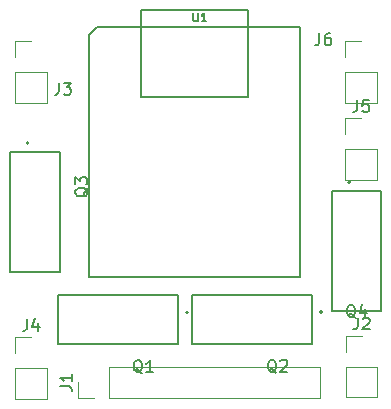
<source format=gbr>
%TF.GenerationSoftware,KiCad,Pcbnew,7.0.10-7.0.10~ubuntu22.04.1*%
%TF.CreationDate,2024-04-18T16:44:08+05:30*%
%TF.ProjectId,EspXiao-FC,45737058-6961-46f2-9d46-432e6b696361,rev?*%
%TF.SameCoordinates,Original*%
%TF.FileFunction,Legend,Top*%
%TF.FilePolarity,Positive*%
%FSLAX46Y46*%
G04 Gerber Fmt 4.6, Leading zero omitted, Abs format (unit mm)*
G04 Created by KiCad (PCBNEW 7.0.10-7.0.10~ubuntu22.04.1) date 2024-04-18 16:44:08*
%MOMM*%
%LPD*%
G01*
G04 APERTURE LIST*
%ADD10C,0.150000*%
%ADD11C,0.120000*%
%ADD12C,0.127000*%
%ADD13C,0.200000*%
G04 APERTURE END LIST*
D10*
X134116666Y-74804819D02*
X134116666Y-75519104D01*
X134116666Y-75519104D02*
X134069047Y-75661961D01*
X134069047Y-75661961D02*
X133973809Y-75757200D01*
X133973809Y-75757200D02*
X133830952Y-75804819D01*
X133830952Y-75804819D02*
X133735714Y-75804819D01*
X134497619Y-74804819D02*
X135116666Y-74804819D01*
X135116666Y-74804819D02*
X134783333Y-75185771D01*
X134783333Y-75185771D02*
X134926190Y-75185771D01*
X134926190Y-75185771D02*
X135021428Y-75233390D01*
X135021428Y-75233390D02*
X135069047Y-75281009D01*
X135069047Y-75281009D02*
X135116666Y-75376247D01*
X135116666Y-75376247D02*
X135116666Y-75614342D01*
X135116666Y-75614342D02*
X135069047Y-75709580D01*
X135069047Y-75709580D02*
X135021428Y-75757200D01*
X135021428Y-75757200D02*
X134926190Y-75804819D01*
X134926190Y-75804819D02*
X134640476Y-75804819D01*
X134640476Y-75804819D02*
X134545238Y-75757200D01*
X134545238Y-75757200D02*
X134497619Y-75709580D01*
X159416666Y-94684819D02*
X159416666Y-95399104D01*
X159416666Y-95399104D02*
X159369047Y-95541961D01*
X159369047Y-95541961D02*
X159273809Y-95637200D01*
X159273809Y-95637200D02*
X159130952Y-95684819D01*
X159130952Y-95684819D02*
X159035714Y-95684819D01*
X159845238Y-94780057D02*
X159892857Y-94732438D01*
X159892857Y-94732438D02*
X159988095Y-94684819D01*
X159988095Y-94684819D02*
X160226190Y-94684819D01*
X160226190Y-94684819D02*
X160321428Y-94732438D01*
X160321428Y-94732438D02*
X160369047Y-94780057D01*
X160369047Y-94780057D02*
X160416666Y-94875295D01*
X160416666Y-94875295D02*
X160416666Y-94970533D01*
X160416666Y-94970533D02*
X160369047Y-95113390D01*
X160369047Y-95113390D02*
X159797619Y-95684819D01*
X159797619Y-95684819D02*
X160416666Y-95684819D01*
X152519761Y-99352557D02*
X152424523Y-99304938D01*
X152424523Y-99304938D02*
X152329285Y-99209700D01*
X152329285Y-99209700D02*
X152186428Y-99066842D01*
X152186428Y-99066842D02*
X152091190Y-99019223D01*
X152091190Y-99019223D02*
X151995952Y-99019223D01*
X152043571Y-99257319D02*
X151948333Y-99209700D01*
X151948333Y-99209700D02*
X151853095Y-99114461D01*
X151853095Y-99114461D02*
X151805476Y-98923985D01*
X151805476Y-98923985D02*
X151805476Y-98590652D01*
X151805476Y-98590652D02*
X151853095Y-98400176D01*
X151853095Y-98400176D02*
X151948333Y-98304938D01*
X151948333Y-98304938D02*
X152043571Y-98257319D01*
X152043571Y-98257319D02*
X152234047Y-98257319D01*
X152234047Y-98257319D02*
X152329285Y-98304938D01*
X152329285Y-98304938D02*
X152424523Y-98400176D01*
X152424523Y-98400176D02*
X152472142Y-98590652D01*
X152472142Y-98590652D02*
X152472142Y-98923985D01*
X152472142Y-98923985D02*
X152424523Y-99114461D01*
X152424523Y-99114461D02*
X152329285Y-99209700D01*
X152329285Y-99209700D02*
X152234047Y-99257319D01*
X152234047Y-99257319D02*
X152043571Y-99257319D01*
X152853095Y-98352557D02*
X152900714Y-98304938D01*
X152900714Y-98304938D02*
X152995952Y-98257319D01*
X152995952Y-98257319D02*
X153234047Y-98257319D01*
X153234047Y-98257319D02*
X153329285Y-98304938D01*
X153329285Y-98304938D02*
X153376904Y-98352557D01*
X153376904Y-98352557D02*
X153424523Y-98447795D01*
X153424523Y-98447795D02*
X153424523Y-98543033D01*
X153424523Y-98543033D02*
X153376904Y-98685890D01*
X153376904Y-98685890D02*
X152805476Y-99257319D01*
X152805476Y-99257319D02*
X153424523Y-99257319D01*
X156166666Y-70604819D02*
X156166666Y-71319104D01*
X156166666Y-71319104D02*
X156119047Y-71461961D01*
X156119047Y-71461961D02*
X156023809Y-71557200D01*
X156023809Y-71557200D02*
X155880952Y-71604819D01*
X155880952Y-71604819D02*
X155785714Y-71604819D01*
X157071428Y-70604819D02*
X156880952Y-70604819D01*
X156880952Y-70604819D02*
X156785714Y-70652438D01*
X156785714Y-70652438D02*
X156738095Y-70700057D01*
X156738095Y-70700057D02*
X156642857Y-70842914D01*
X156642857Y-70842914D02*
X156595238Y-71033390D01*
X156595238Y-71033390D02*
X156595238Y-71414342D01*
X156595238Y-71414342D02*
X156642857Y-71509580D01*
X156642857Y-71509580D02*
X156690476Y-71557200D01*
X156690476Y-71557200D02*
X156785714Y-71604819D01*
X156785714Y-71604819D02*
X156976190Y-71604819D01*
X156976190Y-71604819D02*
X157071428Y-71557200D01*
X157071428Y-71557200D02*
X157119047Y-71509580D01*
X157119047Y-71509580D02*
X157166666Y-71414342D01*
X157166666Y-71414342D02*
X157166666Y-71176247D01*
X157166666Y-71176247D02*
X157119047Y-71081009D01*
X157119047Y-71081009D02*
X157071428Y-71033390D01*
X157071428Y-71033390D02*
X156976190Y-70985771D01*
X156976190Y-70985771D02*
X156785714Y-70985771D01*
X156785714Y-70985771D02*
X156690476Y-71033390D01*
X156690476Y-71033390D02*
X156642857Y-71081009D01*
X156642857Y-71081009D02*
X156595238Y-71176247D01*
X136602557Y-83680238D02*
X136554938Y-83775476D01*
X136554938Y-83775476D02*
X136459700Y-83870714D01*
X136459700Y-83870714D02*
X136316842Y-84013571D01*
X136316842Y-84013571D02*
X136269223Y-84108809D01*
X136269223Y-84108809D02*
X136269223Y-84204047D01*
X136507319Y-84156428D02*
X136459700Y-84251666D01*
X136459700Y-84251666D02*
X136364461Y-84346904D01*
X136364461Y-84346904D02*
X136173985Y-84394523D01*
X136173985Y-84394523D02*
X135840652Y-84394523D01*
X135840652Y-84394523D02*
X135650176Y-84346904D01*
X135650176Y-84346904D02*
X135554938Y-84251666D01*
X135554938Y-84251666D02*
X135507319Y-84156428D01*
X135507319Y-84156428D02*
X135507319Y-83965952D01*
X135507319Y-83965952D02*
X135554938Y-83870714D01*
X135554938Y-83870714D02*
X135650176Y-83775476D01*
X135650176Y-83775476D02*
X135840652Y-83727857D01*
X135840652Y-83727857D02*
X136173985Y-83727857D01*
X136173985Y-83727857D02*
X136364461Y-83775476D01*
X136364461Y-83775476D02*
X136459700Y-83870714D01*
X136459700Y-83870714D02*
X136507319Y-83965952D01*
X136507319Y-83965952D02*
X136507319Y-84156428D01*
X135507319Y-83394523D02*
X135507319Y-82775476D01*
X135507319Y-82775476D02*
X135888271Y-83108809D01*
X135888271Y-83108809D02*
X135888271Y-82965952D01*
X135888271Y-82965952D02*
X135935890Y-82870714D01*
X135935890Y-82870714D02*
X135983509Y-82823095D01*
X135983509Y-82823095D02*
X136078747Y-82775476D01*
X136078747Y-82775476D02*
X136316842Y-82775476D01*
X136316842Y-82775476D02*
X136412080Y-82823095D01*
X136412080Y-82823095D02*
X136459700Y-82870714D01*
X136459700Y-82870714D02*
X136507319Y-82965952D01*
X136507319Y-82965952D02*
X136507319Y-83251666D01*
X136507319Y-83251666D02*
X136459700Y-83346904D01*
X136459700Y-83346904D02*
X136412080Y-83394523D01*
X131416666Y-94784819D02*
X131416666Y-95499104D01*
X131416666Y-95499104D02*
X131369047Y-95641961D01*
X131369047Y-95641961D02*
X131273809Y-95737200D01*
X131273809Y-95737200D02*
X131130952Y-95784819D01*
X131130952Y-95784819D02*
X131035714Y-95784819D01*
X132321428Y-95118152D02*
X132321428Y-95784819D01*
X132083333Y-94737200D02*
X131845238Y-95451485D01*
X131845238Y-95451485D02*
X132464285Y-95451485D01*
X145485166Y-68904783D02*
X145485166Y-69471450D01*
X145485166Y-69471450D02*
X145518500Y-69538116D01*
X145518500Y-69538116D02*
X145551833Y-69571450D01*
X145551833Y-69571450D02*
X145618500Y-69604783D01*
X145618500Y-69604783D02*
X145751833Y-69604783D01*
X145751833Y-69604783D02*
X145818500Y-69571450D01*
X145818500Y-69571450D02*
X145851833Y-69538116D01*
X145851833Y-69538116D02*
X145885166Y-69471450D01*
X145885166Y-69471450D02*
X145885166Y-68904783D01*
X146585166Y-69604783D02*
X146185166Y-69604783D01*
X146385166Y-69604783D02*
X146385166Y-68904783D01*
X146385166Y-68904783D02*
X146318499Y-69004783D01*
X146318499Y-69004783D02*
X146251833Y-69071450D01*
X146251833Y-69071450D02*
X146185166Y-69104783D01*
X159224761Y-94690057D02*
X159129523Y-94642438D01*
X159129523Y-94642438D02*
X159034285Y-94547200D01*
X159034285Y-94547200D02*
X158891428Y-94404342D01*
X158891428Y-94404342D02*
X158796190Y-94356723D01*
X158796190Y-94356723D02*
X158700952Y-94356723D01*
X158748571Y-94594819D02*
X158653333Y-94547200D01*
X158653333Y-94547200D02*
X158558095Y-94451961D01*
X158558095Y-94451961D02*
X158510476Y-94261485D01*
X158510476Y-94261485D02*
X158510476Y-93928152D01*
X158510476Y-93928152D02*
X158558095Y-93737676D01*
X158558095Y-93737676D02*
X158653333Y-93642438D01*
X158653333Y-93642438D02*
X158748571Y-93594819D01*
X158748571Y-93594819D02*
X158939047Y-93594819D01*
X158939047Y-93594819D02*
X159034285Y-93642438D01*
X159034285Y-93642438D02*
X159129523Y-93737676D01*
X159129523Y-93737676D02*
X159177142Y-93928152D01*
X159177142Y-93928152D02*
X159177142Y-94261485D01*
X159177142Y-94261485D02*
X159129523Y-94451961D01*
X159129523Y-94451961D02*
X159034285Y-94547200D01*
X159034285Y-94547200D02*
X158939047Y-94594819D01*
X158939047Y-94594819D02*
X158748571Y-94594819D01*
X160034285Y-93928152D02*
X160034285Y-94594819D01*
X159796190Y-93547200D02*
X159558095Y-94261485D01*
X159558095Y-94261485D02*
X160177142Y-94261485D01*
X159366666Y-76249819D02*
X159366666Y-76964104D01*
X159366666Y-76964104D02*
X159319047Y-77106961D01*
X159319047Y-77106961D02*
X159223809Y-77202200D01*
X159223809Y-77202200D02*
X159080952Y-77249819D01*
X159080952Y-77249819D02*
X158985714Y-77249819D01*
X160319047Y-76249819D02*
X159842857Y-76249819D01*
X159842857Y-76249819D02*
X159795238Y-76726009D01*
X159795238Y-76726009D02*
X159842857Y-76678390D01*
X159842857Y-76678390D02*
X159938095Y-76630771D01*
X159938095Y-76630771D02*
X160176190Y-76630771D01*
X160176190Y-76630771D02*
X160271428Y-76678390D01*
X160271428Y-76678390D02*
X160319047Y-76726009D01*
X160319047Y-76726009D02*
X160366666Y-76821247D01*
X160366666Y-76821247D02*
X160366666Y-77059342D01*
X160366666Y-77059342D02*
X160319047Y-77154580D01*
X160319047Y-77154580D02*
X160271428Y-77202200D01*
X160271428Y-77202200D02*
X160176190Y-77249819D01*
X160176190Y-77249819D02*
X159938095Y-77249819D01*
X159938095Y-77249819D02*
X159842857Y-77202200D01*
X159842857Y-77202200D02*
X159795238Y-77154580D01*
X141172261Y-99382557D02*
X141077023Y-99334938D01*
X141077023Y-99334938D02*
X140981785Y-99239700D01*
X140981785Y-99239700D02*
X140838928Y-99096842D01*
X140838928Y-99096842D02*
X140743690Y-99049223D01*
X140743690Y-99049223D02*
X140648452Y-99049223D01*
X140696071Y-99287319D02*
X140600833Y-99239700D01*
X140600833Y-99239700D02*
X140505595Y-99144461D01*
X140505595Y-99144461D02*
X140457976Y-98953985D01*
X140457976Y-98953985D02*
X140457976Y-98620652D01*
X140457976Y-98620652D02*
X140505595Y-98430176D01*
X140505595Y-98430176D02*
X140600833Y-98334938D01*
X140600833Y-98334938D02*
X140696071Y-98287319D01*
X140696071Y-98287319D02*
X140886547Y-98287319D01*
X140886547Y-98287319D02*
X140981785Y-98334938D01*
X140981785Y-98334938D02*
X141077023Y-98430176D01*
X141077023Y-98430176D02*
X141124642Y-98620652D01*
X141124642Y-98620652D02*
X141124642Y-98953985D01*
X141124642Y-98953985D02*
X141077023Y-99144461D01*
X141077023Y-99144461D02*
X140981785Y-99239700D01*
X140981785Y-99239700D02*
X140886547Y-99287319D01*
X140886547Y-99287319D02*
X140696071Y-99287319D01*
X142077023Y-99287319D02*
X141505595Y-99287319D01*
X141791309Y-99287319D02*
X141791309Y-98287319D01*
X141791309Y-98287319D02*
X141696071Y-98430176D01*
X141696071Y-98430176D02*
X141600833Y-98525414D01*
X141600833Y-98525414D02*
X141505595Y-98573033D01*
X134214819Y-100483333D02*
X134929104Y-100483333D01*
X134929104Y-100483333D02*
X135071961Y-100530952D01*
X135071961Y-100530952D02*
X135167200Y-100626190D01*
X135167200Y-100626190D02*
X135214819Y-100769047D01*
X135214819Y-100769047D02*
X135214819Y-100864285D01*
X135214819Y-99483333D02*
X135214819Y-100054761D01*
X135214819Y-99769047D02*
X134214819Y-99769047D01*
X134214819Y-99769047D02*
X134357676Y-99864285D01*
X134357676Y-99864285D02*
X134452914Y-99959523D01*
X134452914Y-99959523D02*
X134500533Y-100054761D01*
D11*
%TO.C,J3*%
X130420000Y-71280000D02*
X131750000Y-71280000D01*
X130420000Y-72610000D02*
X130420000Y-71280000D01*
X130420000Y-73880000D02*
X130420000Y-76480000D01*
X130420000Y-73880000D02*
X133080000Y-73880000D01*
X130420000Y-76480000D02*
X133080000Y-76480000D01*
X133080000Y-73880000D02*
X133080000Y-76480000D01*
%TO.C,J2*%
X158420000Y-96230000D02*
X159750000Y-96230000D01*
X158420000Y-97560000D02*
X158420000Y-96230000D01*
X158420000Y-98830000D02*
X158420000Y-101430000D01*
X158420000Y-98830000D02*
X161080000Y-98830000D01*
X158420000Y-101430000D02*
X161080000Y-101430000D01*
X161080000Y-98830000D02*
X161080000Y-101430000D01*
D12*
%TO.C,Q2*%
X155540000Y-96917500D02*
X145380000Y-96917500D01*
X155540000Y-92722500D02*
X155540000Y-96917500D01*
X145380000Y-96917500D02*
X145380000Y-92722500D01*
X145380000Y-92722500D02*
X155540000Y-92722500D01*
D13*
X156390000Y-94200000D02*
G75*
G03*
X156190000Y-94200000I-100000J0D01*
G01*
X156190000Y-94200000D02*
G75*
G03*
X156390000Y-94200000I100000J0D01*
G01*
D11*
%TO.C,J6*%
X158370000Y-71280000D02*
X159700000Y-71280000D01*
X158370000Y-72610000D02*
X158370000Y-71280000D01*
X158370000Y-73880000D02*
X158370000Y-76480000D01*
X158370000Y-73880000D02*
X161030000Y-73880000D01*
X158370000Y-76480000D02*
X161030000Y-76480000D01*
X161030000Y-73880000D02*
X161030000Y-76480000D01*
D12*
%TO.C,Q3*%
X134167500Y-80660000D02*
X134167500Y-90820000D01*
X129972500Y-80660000D02*
X134167500Y-80660000D01*
X134167500Y-90820000D02*
X129972500Y-90820000D01*
X129972500Y-90820000D02*
X129972500Y-80660000D01*
D13*
X131550000Y-79910000D02*
G75*
G03*
X131350000Y-79910000I-100000J0D01*
G01*
X131350000Y-79910000D02*
G75*
G03*
X131550000Y-79910000I100000J0D01*
G01*
D11*
%TO.C,J4*%
X130420000Y-96330000D02*
X131750000Y-96330000D01*
X130420000Y-97660000D02*
X130420000Y-96330000D01*
X130420000Y-98930000D02*
X130420000Y-101530000D01*
X130420000Y-98930000D02*
X133080000Y-98930000D01*
X130420000Y-101530000D02*
X133080000Y-101530000D01*
X133080000Y-98930000D02*
X133080000Y-101530000D01*
D12*
%TO.C,U1*%
X136684000Y-70740750D02*
X136684000Y-91219250D01*
X136684000Y-91219250D02*
X154484000Y-91219250D01*
X137355541Y-70069250D02*
X136684000Y-70740750D01*
X141080000Y-75997250D02*
X141080000Y-68644250D01*
X141084000Y-68645250D02*
X150079000Y-68645250D01*
X150079000Y-68645250D02*
X150079000Y-75997250D01*
X150079000Y-75997250D02*
X141080000Y-75997250D01*
X154484000Y-70069250D02*
X137355541Y-70069250D01*
X154484000Y-91219250D02*
X154484000Y-70069250D01*
%TO.C,Q4*%
X161417500Y-83980000D02*
X161417500Y-94140000D01*
X157222500Y-83980000D02*
X161417500Y-83980000D01*
X161417500Y-94140000D02*
X157222500Y-94140000D01*
X157222500Y-94140000D02*
X157222500Y-83980000D01*
D13*
X158800000Y-83230000D02*
G75*
G03*
X158600000Y-83230000I-100000J0D01*
G01*
X158600000Y-83230000D02*
G75*
G03*
X158800000Y-83230000I100000J0D01*
G01*
D11*
%TO.C,J5*%
X158370000Y-77795000D02*
X159700000Y-77795000D01*
X158370000Y-79125000D02*
X158370000Y-77795000D01*
X158370000Y-80395000D02*
X158370000Y-82995000D01*
X158370000Y-80395000D02*
X161030000Y-80395000D01*
X158370000Y-82995000D02*
X161030000Y-82995000D01*
X161030000Y-80395000D02*
X161030000Y-82995000D01*
D12*
%TO.C,Q1*%
X144192500Y-96947500D02*
X134032500Y-96947500D01*
X144192500Y-92752500D02*
X144192500Y-96947500D01*
X134032500Y-96947500D02*
X134032500Y-92752500D01*
X134032500Y-92752500D02*
X144192500Y-92752500D01*
D13*
X145042500Y-94230000D02*
G75*
G03*
X144842500Y-94230000I-100000J0D01*
G01*
X144842500Y-94230000D02*
G75*
G03*
X145042500Y-94230000I100000J0D01*
G01*
D11*
%TO.C,J1*%
X135760000Y-101480000D02*
X135760000Y-100150000D01*
X137090000Y-101480000D02*
X135760000Y-101480000D01*
X138360000Y-101480000D02*
X156200000Y-101480000D01*
X138360000Y-101480000D02*
X138360000Y-98820000D01*
X156200000Y-101480000D02*
X156200000Y-98820000D01*
X138360000Y-98820000D02*
X156200000Y-98820000D01*
%TD*%
M02*

</source>
